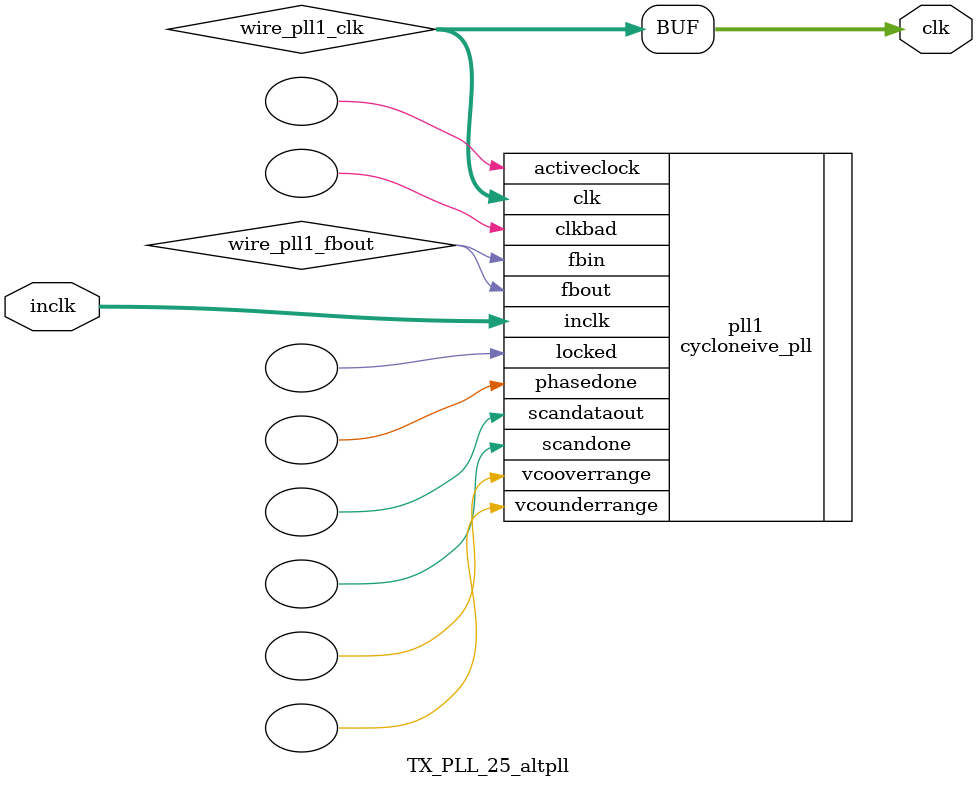
<source format=v>






//synthesis_resources = cycloneive_pll 1 
//synopsys translate_off
`timescale 1 ps / 1 ps
//synopsys translate_on
module  TX_PLL_25_altpll
	( 
	clk,
	inclk) /* synthesis synthesis_clearbox=1 */;
	output   [4:0]  clk;
	input   [1:0]  inclk;
`ifndef ALTERA_RESERVED_QIS
// synopsys translate_off
`endif
	tri0   [1:0]  inclk;
`ifndef ALTERA_RESERVED_QIS
// synopsys translate_on
`endif

	wire  [4:0]   wire_pll1_clk;
	wire  wire_pll1_fbout;

	cycloneive_pll   pll1
	( 
	.activeclock(),
	.clk(wire_pll1_clk),
	.clkbad(),
	.fbin(wire_pll1_fbout),
	.fbout(wire_pll1_fbout),
	.inclk(inclk),
	.locked(),
	.phasedone(),
	.scandataout(),
	.scandone(),
	.vcooverrange(),
	.vcounderrange()
	`ifndef FORMAL_VERIFICATION
	// synopsys translate_off
	`endif
	,
	.areset(1'b0),
	.clkswitch(1'b0),
	.configupdate(1'b0),
	.pfdena(1'b1),
	.phasecounterselect({3{1'b0}}),
	.phasestep(1'b0),
	.phaseupdown(1'b0),
	.scanclk(1'b0),
	.scanclkena(1'b1),
	.scandata(1'b0)
	`ifndef FORMAL_VERIFICATION
	// synopsys translate_on
	`endif
	);
	defparam
		pll1.bandwidth_type = "auto",
		pll1.clk0_divide_by = 5,
		pll1.clk0_duty_cycle = 50,
		pll1.clk0_multiply_by = 1,
		pll1.clk0_phase_shift = "10000",
		pll1.clk1_divide_by = 5,
		pll1.clk1_duty_cycle = 50,
		pll1.clk1_multiply_by = 1,
		pll1.clk1_phase_shift = "0",
		pll1.compensate_clock = "clk0",
		pll1.inclk0_input_frequency = 8000,
		pll1.operation_mode = "normal",
		pll1.pll_type = "auto",
		pll1.lpm_type = "cycloneive_pll";
	assign
		clk = {wire_pll1_clk[4:0]};
endmodule //TX_PLL_25_altpll
//VALID FILE

</source>
